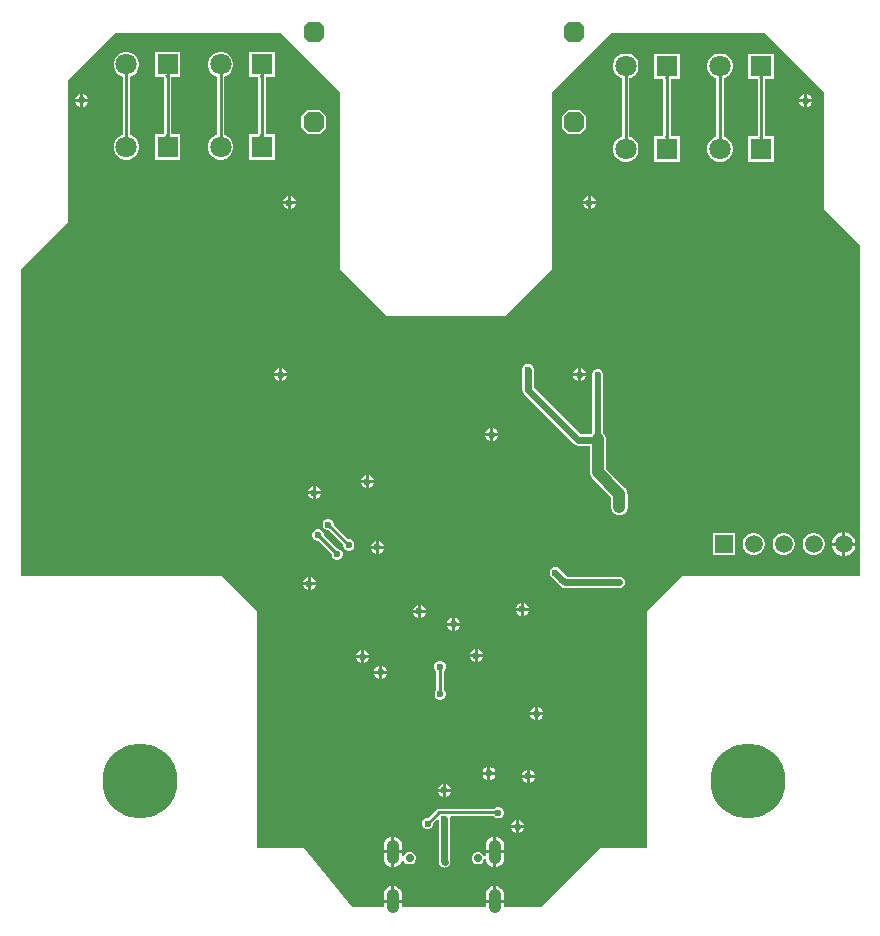
<source format=gbl>
G04*
G04 #@! TF.GenerationSoftware,Altium Limited,Altium Designer,24.4.1 (13)*
G04*
G04 Layer_Physical_Order=2*
G04 Layer_Color=16711680*
%FSLAX25Y25*%
%MOIN*%
G70*
G04*
G04 #@! TF.SameCoordinates,472C2C7B-0D48-4F82-871A-D7564BD6C948*
G04*
G04*
G04 #@! TF.FilePolarity,Positive*
G04*
G01*
G75*
%ADD16C,0.01000*%
%ADD60C,0.01968*%
%ADD61C,0.03937*%
%ADD62C,0.02362*%
%ADD66C,0.25000*%
%ADD67C,0.07087*%
%ADD68R,0.07087X0.07087*%
G04:AMPARAMS|DCode=69|XSize=66.93mil|YSize=66.93mil|CornerRadius=0mil|HoleSize=0mil|Usage=FLASHONLY|Rotation=0.000|XOffset=0mil|YOffset=0mil|HoleType=Round|Shape=Octagon|*
%AMOCTAGOND69*
4,1,8,0.03347,-0.01673,0.03347,0.01673,0.01673,0.03347,-0.01673,0.03347,-0.03347,0.01673,-0.03347,-0.01673,-0.01673,-0.03347,0.01673,-0.03347,0.03347,-0.01673,0.0*
%
%ADD69OCTAGOND69*%

%ADD70O,0.04134X0.08268*%
%ADD71C,0.02756*%
%ADD72R,0.05906X0.05906*%
%ADD73C,0.05906*%
%ADD74C,0.02362*%
%ADD75C,0.03937*%
%ADD76C,0.03500*%
G36*
X271654Y204724D02*
Y165354D01*
X283465Y153543D01*
Y43307D01*
X224410D01*
X212598Y31496D01*
Y-47244D01*
X196850D01*
X177165Y-66929D01*
X164983D01*
Y-65559D01*
X161890D01*
X158796D01*
Y-66929D01*
X130967D01*
Y-65559D01*
X127874D01*
X124781D01*
Y-66929D01*
X114173D01*
X98425Y-47244D01*
X82677D01*
Y31496D01*
X70866Y43307D01*
X3937D01*
Y145669D01*
X19685Y161417D01*
Y208661D01*
X35433Y224410D01*
X90551D01*
X110236Y204724D01*
Y145669D01*
X125984Y129921D01*
X165354D01*
X181102Y145669D01*
Y204724D01*
X200787Y224410D01*
X251969D01*
X271654Y204724D01*
D02*
G37*
%LPC*%
G36*
X24713Y204122D02*
Y202468D01*
X26366D01*
X26062Y203204D01*
X25448Y203818D01*
X24713Y204122D01*
D02*
G37*
G36*
X23713D02*
X22977Y203818D01*
X22364Y203204D01*
X22059Y202468D01*
X23713D01*
Y204122D01*
D02*
G37*
G36*
X266051Y203925D02*
Y202272D01*
X267705D01*
X267400Y203007D01*
X266787Y203621D01*
X266051Y203925D01*
D02*
G37*
G36*
X265051D02*
X264316Y203621D01*
X263702Y203007D01*
X263398Y202272D01*
X265051D01*
Y203925D01*
D02*
G37*
G36*
X26366Y201468D02*
X24713D01*
Y199815D01*
X25448Y200119D01*
X26062Y200733D01*
X26366Y201468D01*
D02*
G37*
G36*
X23713D02*
X22059D01*
X22364Y200733D01*
X22977Y200119D01*
X23713Y199815D01*
Y201468D01*
D02*
G37*
G36*
X267705Y201272D02*
X266051D01*
Y199618D01*
X266787Y199923D01*
X267400Y200536D01*
X267705Y201272D01*
D02*
G37*
G36*
X265051D02*
X263398D01*
X263702Y200536D01*
X264316Y199923D01*
X265051Y199618D01*
Y201272D01*
D02*
G37*
G36*
X190315Y198661D02*
X186260D01*
X184232Y196634D01*
Y192579D01*
X186260Y190551D01*
X190315D01*
X192342Y192579D01*
Y196634D01*
X190315Y198661D01*
D02*
G37*
G36*
X103504D02*
X99449D01*
X97421Y196634D01*
Y192579D01*
X99449Y190551D01*
X103504D01*
X105532Y192579D01*
Y196634D01*
X103504Y198661D01*
D02*
G37*
G36*
X88504Y218130D02*
X80000D01*
Y209626D01*
X83013D01*
X83015Y209615D01*
X83020Y209559D01*
Y190634D01*
X83015Y190576D01*
X83014Y190571D01*
X80000D01*
Y182067D01*
X88504D01*
Y190571D01*
X85490D01*
X85489Y190576D01*
X85484Y190634D01*
Y209559D01*
X85489Y209615D01*
X85491Y209626D01*
X88504D01*
Y218130D01*
D02*
G37*
G36*
X71032D02*
X69913D01*
X68831Y217840D01*
X67862Y217280D01*
X67070Y216489D01*
X66510Y215519D01*
X66220Y214438D01*
Y213318D01*
X66510Y212237D01*
X67070Y211267D01*
X67862Y210476D01*
X68831Y209916D01*
X69240Y209806D01*
Y190391D01*
X68831Y190281D01*
X67862Y189721D01*
X67070Y188930D01*
X66510Y187960D01*
X66220Y186879D01*
Y185759D01*
X66510Y184678D01*
X67070Y183708D01*
X67862Y182916D01*
X68831Y182357D01*
X69913Y182067D01*
X71032D01*
X72114Y182357D01*
X73083Y182916D01*
X73875Y183708D01*
X74435Y184678D01*
X74724Y185759D01*
Y186879D01*
X74435Y187960D01*
X73875Y188930D01*
X73083Y189721D01*
X72114Y190281D01*
X71705Y190391D01*
Y209806D01*
X72114Y209916D01*
X73083Y210476D01*
X73875Y211267D01*
X74435Y212237D01*
X74724Y213318D01*
Y214438D01*
X74435Y215519D01*
X73875Y216489D01*
X73083Y217280D01*
X72114Y217840D01*
X71032Y218130D01*
D02*
G37*
G36*
X57106D02*
X48602D01*
Y209626D01*
X51615D01*
X51617Y209615D01*
X51622Y209559D01*
Y190634D01*
X51617Y190576D01*
X51616Y190571D01*
X48602D01*
Y182067D01*
X57106D01*
Y190571D01*
X54093D01*
X54092Y190576D01*
X54087Y190634D01*
Y209559D01*
X54092Y209615D01*
X54093Y209626D01*
X57106D01*
Y218130D01*
D02*
G37*
G36*
X39635D02*
X38515D01*
X37434Y217840D01*
X36464Y217280D01*
X35672Y216489D01*
X35113Y215519D01*
X34823Y214438D01*
Y213318D01*
X35113Y212237D01*
X35672Y211267D01*
X36464Y210476D01*
X37434Y209916D01*
X37843Y209806D01*
Y190391D01*
X37434Y190281D01*
X36464Y189721D01*
X35672Y188930D01*
X35113Y187960D01*
X34823Y186879D01*
Y185759D01*
X35113Y184678D01*
X35672Y183708D01*
X36464Y182916D01*
X37434Y182357D01*
X38515Y182067D01*
X39635D01*
X40716Y182357D01*
X41686Y182916D01*
X42477Y183708D01*
X43037Y184678D01*
X43327Y185759D01*
Y186879D01*
X43037Y187960D01*
X42477Y188930D01*
X41686Y189721D01*
X40716Y190281D01*
X40307Y190391D01*
Y209806D01*
X40716Y209916D01*
X41686Y210476D01*
X42477Y211267D01*
X43037Y212237D01*
X43327Y213318D01*
Y214438D01*
X43037Y215519D01*
X42477Y216489D01*
X41686Y217280D01*
X40716Y217840D01*
X39635Y218130D01*
D02*
G37*
G36*
X254941Y217539D02*
X246437D01*
Y209035D01*
X249450D01*
X249452Y209025D01*
X249457Y208969D01*
Y190044D01*
X249452Y189986D01*
X249451Y189980D01*
X246437D01*
Y181476D01*
X254941D01*
Y189980D01*
X251927D01*
X251926Y189986D01*
X251921Y190044D01*
Y208969D01*
X251926Y209025D01*
X251928Y209035D01*
X254941D01*
Y217539D01*
D02*
G37*
G36*
X237469D02*
X236350D01*
X235268Y217250D01*
X234299Y216690D01*
X233507Y215898D01*
X232947Y214929D01*
X232658Y213847D01*
Y212728D01*
X232947Y211646D01*
X233507Y210677D01*
X234299Y209885D01*
X235268Y209325D01*
X235677Y209216D01*
Y189800D01*
X235268Y189691D01*
X234299Y189131D01*
X233507Y188339D01*
X232947Y187370D01*
X232658Y186288D01*
Y185169D01*
X232947Y184087D01*
X233507Y183118D01*
X234299Y182326D01*
X235268Y181766D01*
X236350Y181476D01*
X237469D01*
X238551Y181766D01*
X239520Y182326D01*
X240312Y183118D01*
X240872Y184087D01*
X241161Y185169D01*
Y186288D01*
X240872Y187370D01*
X240312Y188339D01*
X239520Y189131D01*
X238551Y189691D01*
X238142Y189800D01*
Y209216D01*
X238551Y209325D01*
X239520Y209885D01*
X240312Y210677D01*
X240872Y211646D01*
X241161Y212728D01*
Y213847D01*
X240872Y214929D01*
X240312Y215898D01*
X239520Y216690D01*
X238551Y217250D01*
X237469Y217539D01*
D02*
G37*
G36*
X223543D02*
X215039D01*
Y209035D01*
X218052D01*
X218054Y209025D01*
X218059Y208969D01*
Y190044D01*
X218054Y189986D01*
X218053Y189980D01*
X215039D01*
Y181476D01*
X223543D01*
Y189980D01*
X220530D01*
X220529Y189986D01*
X220524Y190044D01*
Y208969D01*
X220529Y209025D01*
X220530Y209035D01*
X223543D01*
Y217539D01*
D02*
G37*
G36*
X206072D02*
X204952D01*
X203871Y217250D01*
X202901Y216690D01*
X202109Y215898D01*
X201550Y214929D01*
X201260Y213847D01*
Y212728D01*
X201550Y211646D01*
X202109Y210677D01*
X202901Y209885D01*
X203871Y209325D01*
X204279Y209216D01*
Y189800D01*
X203871Y189691D01*
X202901Y189131D01*
X202109Y188339D01*
X201550Y187370D01*
X201260Y186288D01*
Y185169D01*
X201550Y184087D01*
X202109Y183118D01*
X202901Y182326D01*
X203871Y181766D01*
X204952Y181476D01*
X206072D01*
X207153Y181766D01*
X208123Y182326D01*
X208914Y183118D01*
X209474Y184087D01*
X209764Y185169D01*
Y186288D01*
X209474Y187370D01*
X208914Y188339D01*
X208123Y189131D01*
X207153Y189691D01*
X206744Y189800D01*
Y209216D01*
X207153Y209325D01*
X208123Y209885D01*
X208914Y210677D01*
X209474Y211646D01*
X209764Y212728D01*
Y213847D01*
X209474Y214929D01*
X208914Y215898D01*
X208123Y216690D01*
X207153Y217250D01*
X206072Y217539D01*
D02*
G37*
G36*
X193905Y169969D02*
Y168315D01*
X195559D01*
X195255Y169051D01*
X194641Y169664D01*
X193905Y169969D01*
D02*
G37*
G36*
X192905D02*
X192170Y169664D01*
X191557Y169051D01*
X191252Y168315D01*
X192905D01*
Y169969D01*
D02*
G37*
G36*
X93906D02*
Y168315D01*
X95559D01*
X95255Y169051D01*
X94641Y169664D01*
X93906Y169969D01*
D02*
G37*
G36*
X92905D02*
X92170Y169664D01*
X91557Y169051D01*
X91252Y168315D01*
X92905D01*
Y169969D01*
D02*
G37*
G36*
X195559Y167315D02*
X193905D01*
Y165661D01*
X194641Y165966D01*
X195255Y166579D01*
X195559Y167315D01*
D02*
G37*
G36*
X192905D02*
X191252D01*
X191557Y166579D01*
X192170Y165966D01*
X192905Y165661D01*
Y167315D01*
D02*
G37*
G36*
X95559D02*
X93906D01*
Y165661D01*
X94641Y165966D01*
X95255Y166579D01*
X95559Y167315D01*
D02*
G37*
G36*
X92905D02*
X91252D01*
X91557Y166579D01*
X92170Y165966D01*
X92905Y165661D01*
Y167315D01*
D02*
G37*
G36*
X90953Y112685D02*
Y111031D01*
X92607D01*
X92302Y111767D01*
X91688Y112381D01*
X90953Y112685D01*
D02*
G37*
G36*
X89953D02*
X89217Y112381D01*
X88604Y111767D01*
X88299Y111031D01*
X89953D01*
Y112685D01*
D02*
G37*
G36*
X190657Y112587D02*
Y110933D01*
X192311D01*
X192007Y111669D01*
X191393Y112282D01*
X190657Y112587D01*
D02*
G37*
G36*
X189657D02*
X188922Y112282D01*
X188308Y111669D01*
X188004Y110933D01*
X189657D01*
Y112587D01*
D02*
G37*
G36*
X92607Y110031D02*
X90953D01*
Y108378D01*
X91688Y108682D01*
X92302Y109296D01*
X92607Y110031D01*
D02*
G37*
G36*
X89953D02*
X88299D01*
X88604Y109296D01*
X89217Y108682D01*
X89953Y108378D01*
Y110031D01*
D02*
G37*
G36*
X192311Y109933D02*
X190657D01*
Y108279D01*
X191393Y108584D01*
X192007Y109198D01*
X192311Y109933D01*
D02*
G37*
G36*
X189657D02*
X188004D01*
X188308Y109198D01*
X188922Y108584D01*
X189657Y108279D01*
Y109933D01*
D02*
G37*
G36*
X161425Y92607D02*
Y90953D01*
X163079D01*
X162774Y91688D01*
X162161Y92302D01*
X161425Y92607D01*
D02*
G37*
G36*
X160425D02*
X159690Y92302D01*
X159076Y91688D01*
X158772Y90953D01*
X160425D01*
Y92607D01*
D02*
G37*
G36*
X163079Y89953D02*
X161425D01*
Y88299D01*
X162161Y88604D01*
X162774Y89217D01*
X163079Y89953D01*
D02*
G37*
G36*
X160425D02*
X158772D01*
X159076Y89217D01*
X159690Y88604D01*
X160425Y88299D01*
Y89953D01*
D02*
G37*
G36*
X119890Y76957D02*
Y75303D01*
X121544D01*
X121239Y76039D01*
X120625Y76652D01*
X119890Y76957D01*
D02*
G37*
G36*
X118890D02*
X118154Y76652D01*
X117541Y76039D01*
X117236Y75303D01*
X118890D01*
Y76957D01*
D02*
G37*
G36*
X121544Y74303D02*
X119890D01*
Y72650D01*
X120625Y72954D01*
X121239Y73568D01*
X121544Y74303D01*
D02*
G37*
G36*
X118890D02*
X117236D01*
X117541Y73568D01*
X118154Y72954D01*
X118890Y72650D01*
Y74303D01*
D02*
G37*
G36*
X102272Y73217D02*
Y71563D01*
X103925D01*
X103621Y72299D01*
X103007Y72912D01*
X102272Y73217D01*
D02*
G37*
G36*
X101272D02*
X100536Y72912D01*
X99923Y72299D01*
X99618Y71563D01*
X101272D01*
Y73217D01*
D02*
G37*
G36*
X103925Y70563D02*
X102272D01*
Y68909D01*
X103007Y69214D01*
X103621Y69828D01*
X103925Y70563D01*
D02*
G37*
G36*
X101272D02*
X99618D01*
X99923Y69828D01*
X100536Y69214D01*
X101272Y68909D01*
Y70563D01*
D02*
G37*
G36*
X172933Y114131D02*
X172747Y114094D01*
X172557D01*
X172382Y114022D01*
X172196Y113985D01*
X172038Y113879D01*
X171863Y113807D01*
X171728Y113673D01*
X171571Y113567D01*
X171465Y113409D01*
X171331Y113275D01*
X171258Y113100D01*
X171153Y112942D01*
X171116Y112756D01*
X171043Y112581D01*
Y112391D01*
X171006Y112205D01*
Y105413D01*
X171153Y104676D01*
X171571Y104051D01*
X188205Y87417D01*
X188830Y86999D01*
X189567Y86853D01*
X193461D01*
Y83957D01*
X193484Y83781D01*
Y83604D01*
X193530Y83433D01*
X193553Y83258D01*
X193560Y83242D01*
Y78000D01*
X193652Y77301D01*
X193921Y76650D01*
X194351Y76091D01*
X200745Y69696D01*
Y66339D01*
X200768Y66163D01*
Y65986D01*
X200814Y65815D01*
X200837Y65640D01*
X200904Y65476D01*
X200950Y65305D01*
X201039Y65152D01*
X201106Y64988D01*
X201214Y64848D01*
X201303Y64695D01*
X201428Y64570D01*
X201536Y64429D01*
X201676Y64322D01*
X201801Y64196D01*
X201954Y64108D01*
X202095Y64000D01*
X202258Y63932D01*
X202412Y63844D01*
X202583Y63798D01*
X202746Y63730D01*
X202922Y63707D01*
X203092Y63661D01*
X203269D01*
X203445Y63638D01*
X203620Y63661D01*
X203797D01*
X203968Y63707D01*
X204144Y63730D01*
X204307Y63798D01*
X204478Y63844D01*
X204631Y63932D01*
X204795Y64000D01*
X204935Y64108D01*
X205089Y64196D01*
X205214Y64322D01*
X205354Y64429D01*
X205462Y64570D01*
X205587Y64695D01*
X205676Y64848D01*
X205783Y64988D01*
X205851Y65152D01*
X205940Y65305D01*
X205985Y65476D01*
X206053Y65640D01*
X206076Y65815D01*
X206122Y65986D01*
Y66163D01*
X206145Y66339D01*
Y70815D01*
X206103Y71134D01*
Y71186D01*
X206090Y71236D01*
X206053Y71514D01*
X205946Y71772D01*
X205921Y71867D01*
X205872Y71952D01*
X205783Y72165D01*
X205643Y72347D01*
X205568Y72478D01*
X205462Y72584D01*
X205354Y72724D01*
X205335Y72743D01*
X205335Y72743D01*
X198960Y79118D01*
Y83957D01*
X198868Y84656D01*
X198862Y84671D01*
Y88164D01*
X198868Y88179D01*
X198891Y88354D01*
X198937Y88525D01*
Y88702D01*
X198960Y88878D01*
X198937Y89053D01*
Y89230D01*
X198891Y89401D01*
X198868Y89577D01*
X198800Y89740D01*
X198755Y89911D01*
X198666Y90065D01*
X198598Y90228D01*
X198491Y90368D01*
X198402Y90522D01*
X198277Y90647D01*
X198169Y90787D01*
X198029Y90895D01*
X197904Y91020D01*
X197888Y91030D01*
Y109564D01*
X198051Y109959D01*
Y110711D01*
X197764Y111405D01*
X197232Y111937D01*
X196537Y112224D01*
X195785D01*
X195091Y111937D01*
X194559Y111405D01*
X194272Y110711D01*
Y109959D01*
X194435Y109564D01*
Y90852D01*
X194351Y90787D01*
X194270Y90706D01*
X190365D01*
X174860Y106211D01*
Y112205D01*
X174823Y112391D01*
Y112581D01*
X174750Y112756D01*
X174713Y112942D01*
X174608Y113100D01*
X174535Y113275D01*
X174401Y113409D01*
X174295Y113567D01*
X174138Y113673D01*
X174004Y113807D01*
X173828Y113879D01*
X173670Y113985D01*
X173484Y114022D01*
X173309Y114094D01*
X173119D01*
X172933Y114131D01*
D02*
G37*
G36*
X278650Y57988D02*
X278630D01*
Y54535D01*
X282083D01*
Y54556D01*
X281813Y55561D01*
X281293Y56463D01*
X280557Y57198D01*
X279656Y57719D01*
X278650Y57988D01*
D02*
G37*
G36*
X277630D02*
X277609D01*
X276604Y57719D01*
X275703Y57198D01*
X274967Y56463D01*
X274447Y55561D01*
X274177Y54556D01*
Y54535D01*
X277630D01*
Y57988D01*
D02*
G37*
G36*
X123236Y55107D02*
Y53453D01*
X124890D01*
X124585Y54188D01*
X123972Y54802D01*
X123236Y55107D01*
D02*
G37*
G36*
X122236D02*
X121501Y54802D01*
X120887Y54188D01*
X120582Y53453D01*
X122236D01*
Y55107D01*
D02*
G37*
G36*
X106734Y62382D02*
X105982D01*
X105288Y62094D01*
X104756Y61563D01*
X104469Y60868D01*
Y60116D01*
X104756Y59422D01*
X105288Y58890D01*
X105982Y58602D01*
X106505D01*
X111299Y53808D01*
Y53285D01*
X111587Y52591D01*
X112118Y52059D01*
X112813Y51772D01*
X113565D01*
X114259Y52059D01*
X114791Y52591D01*
X115079Y53285D01*
Y54037D01*
X114791Y54732D01*
X114259Y55264D01*
X113565Y55551D01*
X113042D01*
X108248Y60345D01*
Y60868D01*
X107960Y61563D01*
X107429Y62094D01*
X106734Y62382D01*
D02*
G37*
G36*
X124890Y52453D02*
X123236D01*
Y50799D01*
X123972Y51104D01*
X124585Y51717D01*
X124890Y52453D01*
D02*
G37*
G36*
X122236D02*
X120582D01*
X120887Y51717D01*
X121501Y51104D01*
X122236Y50799D01*
Y52453D01*
D02*
G37*
G36*
X268612Y57697D02*
X267648D01*
X266717Y57447D01*
X265882Y56965D01*
X265200Y56284D01*
X264718Y55449D01*
X264469Y54518D01*
Y53553D01*
X264718Y52622D01*
X265200Y51787D01*
X265882Y51106D01*
X266717Y50624D01*
X267648Y50374D01*
X268612D01*
X269543Y50624D01*
X270378Y51106D01*
X271060Y51787D01*
X271542Y52622D01*
X271791Y53553D01*
Y54518D01*
X271542Y55449D01*
X271060Y56284D01*
X270378Y56965D01*
X269543Y57447D01*
X268612Y57697D01*
D02*
G37*
G36*
X258612D02*
X257648D01*
X256717Y57447D01*
X255882Y56965D01*
X255200Y56284D01*
X254718Y55449D01*
X254468Y54518D01*
Y53553D01*
X254718Y52622D01*
X255200Y51787D01*
X255882Y51106D01*
X256717Y50624D01*
X257648Y50374D01*
X258612D01*
X259543Y50624D01*
X260378Y51106D01*
X261060Y51787D01*
X261542Y52622D01*
X261791Y53553D01*
Y54518D01*
X261542Y55449D01*
X261060Y56284D01*
X260378Y56965D01*
X259543Y57447D01*
X258612Y57697D01*
D02*
G37*
G36*
X248612D02*
X247648D01*
X246717Y57447D01*
X245882Y56965D01*
X245200Y56284D01*
X244718Y55449D01*
X244468Y54518D01*
Y53553D01*
X244718Y52622D01*
X245200Y51787D01*
X245882Y51106D01*
X246717Y50624D01*
X247648Y50374D01*
X248612D01*
X249543Y50624D01*
X250378Y51106D01*
X251060Y51787D01*
X251542Y52622D01*
X251791Y53553D01*
Y54518D01*
X251542Y55449D01*
X251060Y56284D01*
X250378Y56965D01*
X249543Y57447D01*
X248612Y57697D01*
D02*
G37*
G36*
X241791D02*
X234469D01*
Y50374D01*
X241791D01*
Y57697D01*
D02*
G37*
G36*
X282083Y53535D02*
X278630D01*
Y50083D01*
X278650D01*
X279656Y50352D01*
X280557Y50872D01*
X281293Y51608D01*
X281813Y52510D01*
X282083Y53515D01*
Y53535D01*
D02*
G37*
G36*
X277630D02*
X274177D01*
Y53515D01*
X274447Y52510D01*
X274967Y51608D01*
X275703Y50872D01*
X276604Y50352D01*
X277609Y50083D01*
X277630D01*
Y53535D01*
D02*
G37*
G36*
X103279Y58927D02*
X102528D01*
X101833Y58640D01*
X101302Y58108D01*
X101014Y57413D01*
Y56661D01*
X101302Y55967D01*
X101833Y55435D01*
X102528Y55148D01*
X103050D01*
X107461Y50738D01*
Y50215D01*
X107748Y49520D01*
X108280Y48989D01*
X108975Y48701D01*
X109726D01*
X110421Y48989D01*
X110952Y49520D01*
X111240Y50215D01*
Y50966D01*
X110952Y51661D01*
X110421Y52193D01*
X109726Y52480D01*
X109203D01*
X104793Y56890D01*
Y57413D01*
X104506Y58108D01*
X103974Y58640D01*
X103279Y58927D01*
D02*
G37*
G36*
X100598Y43000D02*
Y41346D01*
X102252D01*
X101947Y42082D01*
X101334Y42696D01*
X100598Y43000D01*
D02*
G37*
G36*
X99598D02*
X98863Y42696D01*
X98249Y42082D01*
X97945Y41346D01*
X99598D01*
Y43000D01*
D02*
G37*
G36*
X182087Y46415D02*
X181901Y46378D01*
X181711D01*
X181535Y46305D01*
X181349Y46268D01*
X181192Y46163D01*
X181016Y46090D01*
X180882Y45956D01*
X180724Y45851D01*
X180619Y45693D01*
X180484Y45559D01*
X180412Y45383D01*
X180306Y45226D01*
X180270Y45039D01*
X180197Y44864D01*
Y44674D01*
X180160Y44488D01*
X180197Y44302D01*
Y44112D01*
X180270Y43937D01*
X180306Y43751D01*
X180412Y43593D01*
X180484Y43418D01*
X180619Y43284D01*
X180724Y43126D01*
X183972Y39878D01*
X184597Y39460D01*
X185335Y39313D01*
X203405D01*
X203592Y39350D01*
X203781D01*
X203957Y39423D01*
X204143Y39460D01*
X204301Y39566D01*
X204476Y39638D01*
X204610Y39772D01*
X204768Y39878D01*
X204873Y40036D01*
X205008Y40170D01*
X205080Y40345D01*
X205186Y40503D01*
X205223Y40689D01*
X205295Y40864D01*
Y41054D01*
X205332Y41240D01*
X205295Y41426D01*
Y41616D01*
X205223Y41791D01*
X205186Y41978D01*
X205080Y42135D01*
X205008Y42311D01*
X204873Y42445D01*
X204768Y42603D01*
X204610Y42708D01*
X204476Y42842D01*
X204301Y42915D01*
X204143Y43020D01*
X203957Y43057D01*
X203781Y43130D01*
X203592D01*
X203405Y43167D01*
X186133D01*
X183449Y45851D01*
X183291Y45956D01*
X183157Y46090D01*
X182982Y46163D01*
X182824Y46268D01*
X182638Y46305D01*
X182463Y46378D01*
X182273D01*
X182087Y46415D01*
D02*
G37*
G36*
X102252Y40347D02*
X100598D01*
Y38693D01*
X101334Y38997D01*
X101947Y39611D01*
X102252Y40347D01*
D02*
G37*
G36*
X99598D02*
X97945D01*
X98249Y39611D01*
X98863Y38997D01*
X99598Y38693D01*
Y40347D01*
D02*
G37*
G36*
X171465Y34437D02*
Y32783D01*
X173118D01*
X172814Y33519D01*
X172200Y34133D01*
X171465Y34437D01*
D02*
G37*
G36*
X170465D02*
X169729Y34133D01*
X169115Y33519D01*
X168811Y32783D01*
X170465D01*
Y34437D01*
D02*
G37*
G36*
X137213Y33748D02*
Y32094D01*
X138866D01*
X138562Y32830D01*
X137948Y33443D01*
X137213Y33748D01*
D02*
G37*
G36*
X136213D02*
X135477Y33443D01*
X134864Y32830D01*
X134559Y32094D01*
X136213D01*
Y33748D01*
D02*
G37*
G36*
X173118Y31784D02*
X171465D01*
Y30130D01*
X172200Y30434D01*
X172814Y31048D01*
X173118Y31784D01*
D02*
G37*
G36*
X170465D02*
X168811D01*
X169115Y31048D01*
X169729Y30434D01*
X170465Y30130D01*
Y31784D01*
D02*
G37*
G36*
X138866Y31095D02*
X137213D01*
Y29441D01*
X137948Y29745D01*
X138562Y30359D01*
X138866Y31095D01*
D02*
G37*
G36*
X136213D02*
X134559D01*
X134864Y30359D01*
X135477Y29745D01*
X136213Y29441D01*
Y31095D01*
D02*
G37*
G36*
X148630Y29516D02*
Y27862D01*
X150284D01*
X149979Y28598D01*
X149365Y29211D01*
X148630Y29516D01*
D02*
G37*
G36*
X147630D02*
X146894Y29211D01*
X146281Y28598D01*
X145976Y27862D01*
X147630D01*
Y29516D01*
D02*
G37*
G36*
X150284Y26862D02*
X148630D01*
Y25209D01*
X149365Y25513D01*
X149979Y26127D01*
X150284Y26862D01*
D02*
G37*
G36*
X147630D02*
X145976D01*
X146281Y26127D01*
X146894Y25513D01*
X147630Y25209D01*
Y26862D01*
D02*
G37*
G36*
X156209Y18984D02*
Y17331D01*
X157862D01*
X157558Y18066D01*
X156944Y18680D01*
X156209Y18984D01*
D02*
G37*
G36*
X155209D02*
X154473Y18680D01*
X153860Y18066D01*
X153555Y17331D01*
X155209D01*
Y18984D01*
D02*
G37*
G36*
X118315Y18689D02*
Y17035D01*
X119969D01*
X119664Y17771D01*
X119051Y18384D01*
X118315Y18689D01*
D02*
G37*
G36*
X117315D02*
X116579Y18384D01*
X115966Y17771D01*
X115661Y17035D01*
X117315D01*
Y18689D01*
D02*
G37*
G36*
X157862Y16331D02*
X156209D01*
Y14677D01*
X156944Y14982D01*
X157558Y15595D01*
X157862Y16331D01*
D02*
G37*
G36*
X155209D02*
X153555D01*
X153860Y15595D01*
X154473Y14982D01*
X155209Y14677D01*
Y16331D01*
D02*
G37*
G36*
X119969Y16035D02*
X118315D01*
Y14382D01*
X119051Y14686D01*
X119664Y15300D01*
X119969Y16035D01*
D02*
G37*
G36*
X117315D02*
X115661D01*
X115966Y15300D01*
X116579Y14686D01*
X117315Y14382D01*
Y16035D01*
D02*
G37*
G36*
X124319Y13473D02*
Y11819D01*
X125973D01*
X125668Y12554D01*
X125054Y13168D01*
X124319Y13473D01*
D02*
G37*
G36*
X123319D02*
X122583Y13168D01*
X121970Y12554D01*
X121665Y11819D01*
X123319D01*
Y13473D01*
D02*
G37*
G36*
X125973Y10819D02*
X124319D01*
Y9165D01*
X125054Y9470D01*
X125668Y10083D01*
X125973Y10819D01*
D02*
G37*
G36*
X123319D02*
X121665D01*
X121970Y10083D01*
X122583Y9470D01*
X123319Y9165D01*
Y10819D01*
D02*
G37*
G36*
X143978Y15079D02*
X143227D01*
X142532Y14791D01*
X142000Y14259D01*
X141713Y13565D01*
Y12813D01*
X142000Y12118D01*
X142419Y11700D01*
Y5328D01*
X142099Y5007D01*
X141811Y4313D01*
Y3561D01*
X142099Y2867D01*
X142630Y2335D01*
X143325Y2047D01*
X144077D01*
X144771Y2335D01*
X145303Y2867D01*
X145591Y3561D01*
Y4313D01*
X145303Y5007D01*
X144884Y5426D01*
Y11798D01*
X145204Y12118D01*
X145492Y12813D01*
Y13565D01*
X145204Y14259D01*
X144673Y14791D01*
X143978Y15079D01*
D02*
G37*
G36*
X176386Y-405D02*
Y-2059D01*
X178040D01*
X177735Y-1324D01*
X177121Y-710D01*
X176386Y-405D01*
D02*
G37*
G36*
X175386D02*
X174650Y-710D01*
X174037Y-1324D01*
X173732Y-2059D01*
X175386D01*
Y-405D01*
D02*
G37*
G36*
X178040Y-3059D02*
X176386D01*
Y-4713D01*
X177121Y-4408D01*
X177735Y-3795D01*
X178040Y-3059D01*
D02*
G37*
G36*
X175386D02*
X173732D01*
X174037Y-3795D01*
X174650Y-4408D01*
X175386Y-4713D01*
Y-3059D01*
D02*
G37*
G36*
X160441Y-20189D02*
Y-21843D01*
X162095D01*
X161790Y-21107D01*
X161176Y-20493D01*
X160441Y-20189D01*
D02*
G37*
G36*
X159441D02*
X158705Y-20493D01*
X158092Y-21107D01*
X157787Y-21843D01*
X159441D01*
Y-20189D01*
D02*
G37*
G36*
X173531Y-21173D02*
Y-22827D01*
X175185D01*
X174881Y-22091D01*
X174267Y-21478D01*
X173531Y-21173D01*
D02*
G37*
G36*
X172531D02*
X171796Y-21478D01*
X171182Y-22091D01*
X170878Y-22827D01*
X172531D01*
Y-21173D01*
D02*
G37*
G36*
X162095Y-22842D02*
X160441D01*
Y-24496D01*
X161176Y-24192D01*
X161790Y-23578D01*
X162095Y-22842D01*
D02*
G37*
G36*
X159441D02*
X157787D01*
X158092Y-23578D01*
X158705Y-24192D01*
X159441Y-24496D01*
Y-22842D01*
D02*
G37*
G36*
X175185Y-23827D02*
X173531D01*
Y-25480D01*
X174267Y-25176D01*
X174881Y-24562D01*
X175185Y-23827D01*
D02*
G37*
G36*
X172531D02*
X170878D01*
X171182Y-24562D01*
X171796Y-25176D01*
X172531Y-25480D01*
Y-23827D01*
D02*
G37*
G36*
X145579Y-25897D02*
Y-27551D01*
X147232D01*
X146928Y-26816D01*
X146314Y-26202D01*
X145579Y-25897D01*
D02*
G37*
G36*
X144579D02*
X143843Y-26202D01*
X143230Y-26816D01*
X142925Y-27551D01*
X144579D01*
Y-25897D01*
D02*
G37*
G36*
X147232Y-28551D02*
X145579D01*
Y-30205D01*
X146314Y-29900D01*
X146928Y-29287D01*
X147232Y-28551D01*
D02*
G37*
G36*
X144579D02*
X142925D01*
X143230Y-29287D01*
X143843Y-29900D01*
X144579Y-30205D01*
Y-28551D01*
D02*
G37*
G36*
X163427Y-33642D02*
X162675D01*
X161981Y-33929D01*
X161761Y-34149D01*
X143241D01*
X143241Y-34149D01*
X142769Y-34242D01*
X142370Y-34510D01*
X142370Y-34510D01*
X139596Y-37283D01*
X139073D01*
X138378Y-37571D01*
X137847Y-38103D01*
X137559Y-38797D01*
Y-39549D01*
X137847Y-40244D01*
X138378Y-40775D01*
X139073Y-41063D01*
X139825D01*
X140519Y-40775D01*
X141051Y-40244D01*
X141339Y-39549D01*
Y-39026D01*
X142626Y-37739D01*
X143113Y-37959D01*
Y-51732D01*
X143259Y-52470D01*
X143677Y-53095D01*
X143815Y-53233D01*
X143973Y-53338D01*
X144107Y-53472D01*
X144282Y-53545D01*
X144440Y-53650D01*
X144626Y-53687D01*
X144801Y-53760D01*
X144991D01*
X145177Y-53797D01*
X145363Y-53760D01*
X145553D01*
X145728Y-53687D01*
X145914Y-53650D01*
X146072Y-53545D01*
X146248Y-53472D01*
X146382Y-53338D01*
X146540Y-53233D01*
X146645Y-53075D01*
X146779Y-52940D01*
X146852Y-52765D01*
X146957Y-52607D01*
X146994Y-52421D01*
X147067Y-52246D01*
Y-52056D01*
X147104Y-51870D01*
X147067Y-51684D01*
Y-51494D01*
X146994Y-51319D01*
X146966Y-51177D01*
Y-37771D01*
X146929Y-37585D01*
Y-37395D01*
X146856Y-37220D01*
X146835Y-37113D01*
X146966Y-36842D01*
X147135Y-36621D01*
X147147Y-36613D01*
X161461D01*
X161981Y-37133D01*
X162675Y-37421D01*
X163427D01*
X164122Y-37133D01*
X164653Y-36602D01*
X164941Y-35907D01*
Y-35156D01*
X164653Y-34461D01*
X164122Y-33929D01*
X163427Y-33642D01*
D02*
G37*
G36*
X169988Y-38004D02*
Y-39658D01*
X171642D01*
X171337Y-38922D01*
X170724Y-38308D01*
X169988Y-38004D01*
D02*
G37*
G36*
X168988D02*
X168253Y-38308D01*
X167639Y-38922D01*
X167334Y-39658D01*
X168988D01*
Y-38004D01*
D02*
G37*
G36*
X171642Y-40657D02*
X169988D01*
Y-42311D01*
X170724Y-42006D01*
X171337Y-41393D01*
X171642Y-40657D01*
D02*
G37*
G36*
X168988D02*
X167334D01*
X167639Y-41393D01*
X168253Y-42006D01*
X168988Y-42311D01*
Y-40657D01*
D02*
G37*
G36*
X128374Y-43508D02*
Y-48102D01*
X130967D01*
Y-46535D01*
X130862Y-45735D01*
X130553Y-44989D01*
X130061Y-44348D01*
X129421Y-43856D01*
X128675Y-43547D01*
X128374Y-43508D01*
D02*
G37*
G36*
X127374D02*
X127073Y-43547D01*
X126327Y-43856D01*
X125687Y-44348D01*
X125195Y-44989D01*
X124886Y-45735D01*
X124781Y-46535D01*
Y-48102D01*
X127374D01*
Y-43508D01*
D02*
G37*
G36*
X162390Y-43508D02*
Y-48102D01*
X164983D01*
Y-46535D01*
X164878Y-45735D01*
X164569Y-44989D01*
X164077Y-44348D01*
X163436Y-43856D01*
X162690Y-43547D01*
X162390Y-43508D01*
D02*
G37*
G36*
X161390Y-43508D02*
X161089Y-43547D01*
X160343Y-43856D01*
X159702Y-44348D01*
X159211Y-44989D01*
X158902Y-45735D01*
X158796Y-46535D01*
Y-48102D01*
X161390D01*
Y-43508D01*
D02*
G37*
G36*
X133919Y-48602D02*
X133089D01*
X132322Y-48920D01*
X131735Y-49507D01*
X131467Y-50153D01*
X130967Y-50054D01*
Y-49102D01*
X128374D01*
Y-53697D01*
X128675Y-53657D01*
X129421Y-53348D01*
X130061Y-52857D01*
X130553Y-52216D01*
X130862Y-51470D01*
X130917Y-51050D01*
X131417Y-51082D01*
Y-51104D01*
X131735Y-51871D01*
X132322Y-52458D01*
X133089Y-52776D01*
X133919D01*
X134686Y-52458D01*
X135273Y-51871D01*
X135591Y-51104D01*
Y-50274D01*
X135273Y-49507D01*
X134686Y-48920D01*
X133919Y-48602D01*
D02*
G37*
G36*
X164983Y-49102D02*
X162390D01*
Y-53697D01*
X162690Y-53657D01*
X163436Y-53348D01*
X164077Y-52857D01*
X164569Y-52216D01*
X164878Y-51470D01*
X164983Y-50669D01*
Y-49102D01*
D02*
G37*
G36*
X127374Y-49102D02*
X124781D01*
Y-50669D01*
X124886Y-51470D01*
X125195Y-52216D01*
X125687Y-52857D01*
X126327Y-53348D01*
X127073Y-53657D01*
X127374Y-53697D01*
Y-49102D01*
D02*
G37*
G36*
X156675Y-48602D02*
X155845D01*
X155078Y-48920D01*
X154491Y-49507D01*
X154173Y-50274D01*
Y-51104D01*
X154491Y-51871D01*
X155078Y-52458D01*
X155845Y-52776D01*
X156675D01*
X157442Y-52458D01*
X158029Y-51871D01*
X158346Y-51104D01*
Y-51082D01*
X158846Y-51050D01*
X158902Y-51470D01*
X159211Y-52216D01*
X159702Y-52857D01*
X160343Y-53348D01*
X161089Y-53657D01*
X161390Y-53697D01*
Y-49102D01*
X158796D01*
Y-50054D01*
X158296Y-50153D01*
X158029Y-49507D01*
X157442Y-48920D01*
X156675Y-48602D01*
D02*
G37*
G36*
X128374Y-59965D02*
Y-64559D01*
X130967D01*
Y-62992D01*
X130862Y-62191D01*
X130553Y-61445D01*
X130061Y-60805D01*
X129421Y-60313D01*
X128675Y-60004D01*
X128374Y-59965D01*
D02*
G37*
G36*
X127374D02*
X127073Y-60004D01*
X126327Y-60313D01*
X125687Y-60805D01*
X125195Y-61445D01*
X124886Y-62191D01*
X124781Y-62992D01*
Y-64559D01*
X127374D01*
Y-59965D01*
D02*
G37*
G36*
X162390Y-59965D02*
Y-64559D01*
X164983D01*
Y-62992D01*
X164878Y-62191D01*
X164569Y-61445D01*
X164077Y-60805D01*
X163436Y-60313D01*
X162690Y-60004D01*
X162390Y-59965D01*
D02*
G37*
G36*
X161390Y-59965D02*
X161089Y-60004D01*
X160343Y-60313D01*
X159702Y-60805D01*
X159211Y-61445D01*
X158902Y-62191D01*
X158796Y-62992D01*
Y-64559D01*
X161390D01*
Y-59965D01*
D02*
G37*
%LPD*%
G36*
X85157Y210337D02*
X85072Y210307D01*
X84997Y210257D01*
X84932Y210187D01*
X84877Y210097D01*
X84832Y209987D01*
X84797Y209857D01*
X84772Y209707D01*
X84757Y209537D01*
X84752Y209347D01*
X83752D01*
X83747Y209537D01*
X83732Y209707D01*
X83707Y209857D01*
X83672Y209987D01*
X83627Y210097D01*
X83572Y210187D01*
X83507Y210257D01*
X83432Y210307D01*
X83347Y210337D01*
X83252Y210347D01*
X85252D01*
X85157Y210337D01*
D02*
G37*
G36*
X84757Y190658D02*
X84772Y190486D01*
X84797Y190334D01*
X84832Y190202D01*
X84877Y190091D01*
X84932Y190000D01*
X84997Y189929D01*
X85072Y189879D01*
X85157Y189848D01*
X85252Y189838D01*
X83252D01*
X83347Y189848D01*
X83432Y189879D01*
X83507Y189929D01*
X83572Y190000D01*
X83627Y190091D01*
X83672Y190202D01*
X83707Y190334D01*
X83732Y190486D01*
X83747Y190658D01*
X83752Y190850D01*
X84752D01*
X84757Y190658D01*
D02*
G37*
G36*
X53759Y210337D02*
X53674Y210307D01*
X53599Y210257D01*
X53534Y210187D01*
X53479Y210097D01*
X53434Y209987D01*
X53399Y209857D01*
X53374Y209707D01*
X53359Y209537D01*
X53354Y209347D01*
X52354D01*
X52349Y209537D01*
X52334Y209707D01*
X52309Y209857D01*
X52274Y209987D01*
X52229Y210097D01*
X52174Y210187D01*
X52109Y210257D01*
X52034Y210307D01*
X51949Y210337D01*
X51854Y210347D01*
X53854D01*
X53759Y210337D01*
D02*
G37*
G36*
X53359Y190658D02*
X53374Y190486D01*
X53399Y190334D01*
X53434Y190202D01*
X53479Y190091D01*
X53534Y190000D01*
X53599Y189929D01*
X53674Y189879D01*
X53759Y189848D01*
X53854Y189838D01*
X51854D01*
X51949Y189848D01*
X52034Y189879D01*
X52109Y189929D01*
X52174Y190000D01*
X52229Y190091D01*
X52274Y190202D01*
X52309Y190334D01*
X52334Y190486D01*
X52349Y190658D01*
X52354Y190850D01*
X53354D01*
X53359Y190658D01*
D02*
G37*
G36*
X251594Y209746D02*
X251509Y209716D01*
X251434Y209666D01*
X251369Y209596D01*
X251314Y209506D01*
X251269Y209396D01*
X251234Y209266D01*
X251209Y209116D01*
X251194Y208946D01*
X251189Y208756D01*
X250189D01*
X250184Y208946D01*
X250169Y209116D01*
X250144Y209266D01*
X250109Y209396D01*
X250064Y209506D01*
X250009Y209596D01*
X249944Y209666D01*
X249869Y209716D01*
X249784Y209746D01*
X249689Y209756D01*
X251689D01*
X251594Y209746D01*
D02*
G37*
G36*
X251194Y190067D02*
X251209Y189895D01*
X251234Y189743D01*
X251269Y189612D01*
X251314Y189501D01*
X251369Y189410D01*
X251434Y189339D01*
X251509Y189288D01*
X251594Y189258D01*
X251689Y189248D01*
X249689D01*
X249784Y189258D01*
X249869Y189288D01*
X249944Y189339D01*
X250009Y189410D01*
X250064Y189501D01*
X250109Y189612D01*
X250144Y189743D01*
X250169Y189895D01*
X250184Y190067D01*
X250189Y190260D01*
X251189D01*
X251194Y190067D01*
D02*
G37*
G36*
X220196Y209746D02*
X220111Y209716D01*
X220036Y209666D01*
X219971Y209596D01*
X219916Y209506D01*
X219871Y209396D01*
X219836Y209266D01*
X219811Y209116D01*
X219796Y208946D01*
X219791Y208756D01*
X218791D01*
X218786Y208946D01*
X218771Y209116D01*
X218746Y209266D01*
X218711Y209396D01*
X218666Y209506D01*
X218611Y209596D01*
X218546Y209666D01*
X218471Y209716D01*
X218386Y209746D01*
X218291Y209756D01*
X220291D01*
X220196Y209746D01*
D02*
G37*
G36*
X219796Y190067D02*
X219811Y189895D01*
X219836Y189743D01*
X219871Y189612D01*
X219916Y189501D01*
X219971Y189410D01*
X220036Y189339D01*
X220111Y189288D01*
X220196Y189258D01*
X220291Y189248D01*
X218291D01*
X218386Y189258D01*
X218471Y189288D01*
X218546Y189339D01*
X218611Y189410D01*
X218666Y189501D01*
X218711Y189612D01*
X218746Y189743D01*
X218771Y189895D01*
X218786Y190067D01*
X218791Y190260D01*
X219791D01*
X219796Y190067D01*
D02*
G37*
D16*
X106358Y60492D02*
X113189Y53661D01*
X102903Y57037D02*
X109350Y50591D01*
Y50591D02*
Y50591D01*
X143602Y13189D02*
X143652Y13140D01*
Y3986D02*
Y13140D01*
Y3986D02*
X143701Y3937D01*
X39075Y186319D02*
Y213878D01*
X52854Y186319D02*
Y213878D01*
X70472Y186319D02*
Y213878D01*
X84252Y186319D02*
Y213878D01*
X250689Y185728D02*
Y213287D01*
X236910Y185728D02*
Y213287D01*
X219291Y185728D02*
Y213287D01*
X205512Y185728D02*
Y213287D01*
X162901Y-35381D02*
X163051Y-35531D01*
X139449Y-39173D02*
X143241Y-35381D01*
X162901D01*
D60*
X196161Y88976D02*
Y110335D01*
D61*
X196260Y78000D02*
Y83957D01*
X196161D02*
Y88779D01*
X196260Y88878D01*
Y78000D02*
X203426Y70834D01*
X203445Y70815D01*
Y66339D02*
Y70815D01*
D62*
X172933Y105413D02*
X189567Y88779D01*
X172933Y105413D02*
Y112205D01*
X189567Y88779D02*
X196161D01*
X184400Y42175D02*
X185335Y41240D01*
X182087Y44488D02*
X184400Y42175D01*
X200098Y41240D02*
X203405D01*
X185335D02*
X200098D01*
X145039Y-51732D02*
Y-37771D01*
Y-51732D02*
X145177Y-51870D01*
D66*
X246307Y-25000D02*
D03*
X43457D02*
D03*
D67*
X236910Y213287D02*
D03*
Y185728D02*
D03*
X70472Y186319D02*
D03*
Y213878D02*
D03*
X39075Y186319D02*
D03*
Y213878D02*
D03*
X205512Y185728D02*
D03*
Y213287D02*
D03*
D68*
X250689D02*
D03*
Y185728D02*
D03*
X84252Y186319D02*
D03*
Y213878D02*
D03*
X52854Y186319D02*
D03*
Y213878D02*
D03*
X219291Y185728D02*
D03*
Y213287D02*
D03*
D69*
X101476Y224606D02*
D03*
Y194606D02*
D03*
X188287D02*
D03*
Y224606D02*
D03*
D70*
X127874Y-48602D02*
D03*
X161890D02*
D03*
X127874Y-65059D02*
D03*
X161890D02*
D03*
D71*
X133504Y-50689D02*
D03*
X156260D02*
D03*
D72*
X238130Y54035D02*
D03*
D73*
X248130D02*
D03*
X258130D02*
D03*
X268130D02*
D03*
X278130D02*
D03*
D74*
X173031Y-23327D02*
D03*
X169488Y-40157D02*
D03*
X175886Y-2559D02*
D03*
X101772Y71063D02*
D03*
X119390Y74803D02*
D03*
X122736Y52953D02*
D03*
X136713Y31594D02*
D03*
X148130Y27362D02*
D03*
X155709Y16831D02*
D03*
X170965Y32283D02*
D03*
X90453Y110531D02*
D03*
X160925Y90453D02*
D03*
X106358Y60492D02*
D03*
X102903Y57037D02*
D03*
X109350Y50591D02*
D03*
X113189Y53661D02*
D03*
X172933Y112205D02*
D03*
X184400Y42175D02*
D03*
X200098Y41240D02*
D03*
X143701Y3937D02*
D03*
X143602Y13189D02*
D03*
X182087Y44488D02*
D03*
X203405Y41240D02*
D03*
X196161Y110335D02*
D03*
X24213Y201969D02*
D03*
X265551Y201772D02*
D03*
X93405Y167815D02*
D03*
X190157Y110433D02*
D03*
X193405Y167815D02*
D03*
X100098Y40846D02*
D03*
X117815Y16535D02*
D03*
X123819Y11319D02*
D03*
X145079Y-28051D02*
D03*
X159941Y-22343D02*
D03*
X145177Y-51870D02*
D03*
X163051Y-35531D02*
D03*
X145039Y-37771D02*
D03*
X139449Y-39173D02*
D03*
D75*
X196161Y83957D02*
D03*
X196260Y88878D02*
D03*
X203445Y66339D02*
D03*
X203426Y70834D02*
D03*
D76*
X237448Y-25000D02*
D03*
X255165D02*
D03*
X246307Y-16142D02*
D03*
Y-34843D02*
D03*
X253197Y-18110D02*
D03*
X239417D02*
D03*
Y-31890D02*
D03*
X253197Y-31890D02*
D03*
X34599Y-25000D02*
D03*
X52315D02*
D03*
X43457Y-16142D02*
D03*
Y-34843D02*
D03*
X50347Y-18110D02*
D03*
X36567D02*
D03*
Y-31890D02*
D03*
X50347Y-31890D02*
D03*
M02*

</source>
